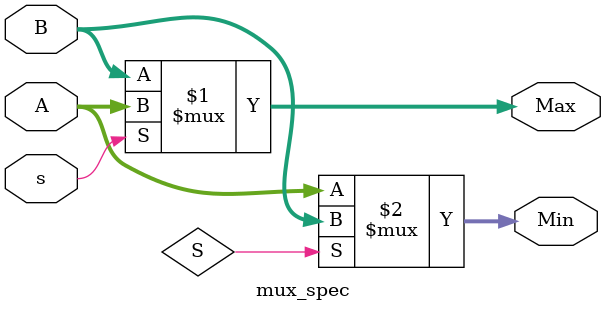
<source format=v>
module mux_spec(A,B,s,Max,Min);
input [31:0] A,B;
input s;
output [31:0] Max,Min;
assign Max = s?A:B;
assign Min = S?B:A;
endmodule
</source>
